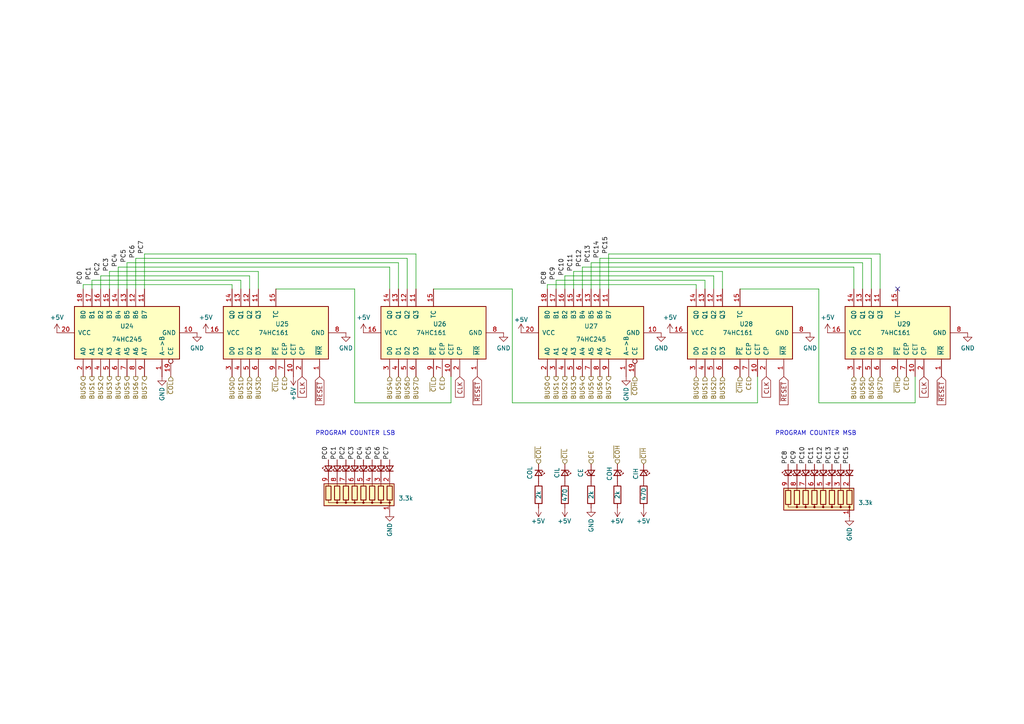
<source format=kicad_sch>
(kicad_sch (version 20250114) (generator "eeschema") (generator_version "9.0")
  (paper "A4")
  (title_block (title "Program Counter") (date "2025-12-30") (rev "3.3") (comment 2 "creativecommons.org/licenses/by-nc-sa/4.0/") (comment 3 "This work is licensed under CC BY-NC-SA 4.0") (comment 4 "Author: Carsten Herting (slu4)"))
  (lib_symbols
    (symbol "8-Bit CPU 32k:74HC161" (pin_names (offset 1.016))
      (property "Reference" "U" (at -7.62 16.51 0))
      (property "Value" "74HC161" (at -7.62 -16.51 0))
      (symbol "74HC161_1_0"
        (pin input line (at -12.7 12.7 0) (length 5.08) (name "D0") (number "3"))
        (pin input line (at -12.7 10.16 0) (length 5.08) (name "D1") (number "4"))
        (pin input line (at -12.7 7.62 0) (length 5.08) (name "D2") (number "5"))
        (pin input line (at -12.7 5.08 0) (length 5.08) (name "D3") (number "6"))
        (pin input line (at -12.7 0 0) (length 5.08) (name "~{PE}") (number "9"))
        (pin input line (at -12.7 -2.54 0) (length 5.08) (name "CEP") (number "7"))
        (pin input line (at -12.7 -5.08 0) (length 5.08) (name "CET") (number "10"))
        (pin input line (at -12.7 -7.62 0) (length 5.08) (name "CP") (number "2"))
        (pin input line (at -12.7 -12.7 0) (length 5.08) (name "~{MR}") (number "1"))
        (pin power_in line (at 0 20.32 270) (length 5.08) (name "VCC") (number "16"))
        (pin power_in line (at 0 -20.32 90) (length 5.08) (name "GND") (number "8"))
        (pin output line (at 12.7 12.7 180) (length 5.08) (name "Q0") (number "14"))
        (pin output line (at 12.7 10.16 180) (length 5.08) (name "Q1") (number "13"))
        (pin output line (at 12.7 7.62 180) (length 5.08) (name "Q2") (number "12"))
        (pin output line (at 12.7 5.08 180) (length 5.08) (name "Q3") (number "11"))
        (pin output line (at 12.7 0 180) (length 5.08) (name "TC") (number "15"))
      )
      (symbol "74HC161_1_1"
        (rectangle (start -7.62 15.24) (end 7.62 -15.24) (stroke (width 0.254)) (fill (type background)))
      )
    )
    (symbol "8-Bit CPU 32k:74HC245" (pin_names (offset 1.016))
      (property "Reference" "U" (at 0 -6.35 90))
      (property "Value" "74HC245" (at 0 2.54 90))
      (symbol "74HC245_1_0"
        (pin tri_state line (at -12.7 12.7 0) (length 5.08) (name "A0") (number "2"))
        (pin tri_state line (at -12.7 10.16 0) (length 5.08) (name "A1") (number "3"))
        (pin tri_state line (at -12.7 7.62 0) (length 5.08) (name "A2") (number "4"))
        (pin tri_state line (at -12.7 5.08 0) (length 5.08) (name "A3") (number "5"))
        (pin tri_state line (at -12.7 2.54 0) (length 5.08) (name "A4") (number "6"))
        (pin tri_state line (at -12.7 0 0) (length 5.08) (name "A5") (number "7"))
        (pin tri_state line (at -12.7 -2.54 0) (length 5.08) (name "A6") (number "8"))
        (pin tri_state line (at -12.7 -5.08 0) (length 5.08) (name "A7") (number "9"))
        (pin input line (at -12.7 -10.16 0) (length 5.08) (name "A->B") (number "1"))
        (pin input inverted (at -12.7 -12.7 0) (length 5.08) (name "CE") (number "19"))
        (pin power_in line (at 0 20.32 270) (length 5.08) (name "VCC") (number "20"))
        (pin power_in line (at 0 -20.32 90) (length 5.08) (name "GND") (number "10"))
        (pin input line (at 12.7 12.7 180) (length 5.08) (name "B0") (number "18"))
        (pin input line (at 12.7 10.16 180) (length 5.08) (name "B1") (number "17"))
        (pin input line (at 12.7 7.62 180) (length 5.08) (name "B2") (number "16"))
        (pin input line (at 12.7 5.08 180) (length 5.08) (name "B3") (number "15"))
        (pin input line (at 12.7 2.54 180) (length 5.08) (name "B4") (number "14"))
        (pin input line (at 12.7 0 180) (length 5.08) (name "B5") (number "13"))
        (pin input line (at 12.7 -2.54 180) (length 5.08) (name "B6") (number "12"))
        (pin input line (at 12.7 -5.08 180) (length 5.08) (name "B7") (number "11"))
      )
      (symbol "74HC245_1_1"
        (rectangle (start -7.62 15.24) (end 7.62 -15.24) (stroke (width 0.254)) (fill (type background)))
      )
    )
    (symbol "Device:LED_Small" (pin_numbers (hide yes)) (pin_names (offset 0.254) (hide yes))
      (property "Reference" "D" (at -1.27 3.175 0))
      (property "Value" "LED_Small" (at -4.445 -2.54 0))
      (symbol "LED_Small_0_1"
        (polyline (pts (xy -0.762 -1.016) (xy -0.762 1.016)) (stroke (width 0.254)))
        (polyline (pts (xy 0 0.762) (xy -0.508 1.27) (xy -0.254 1.27) (xy -0.508 1.27) (xy -0.508 1.016)))
        (polyline (pts (xy 0.508 1.27) (xy 0 1.778) (xy 0.254 1.778) (xy 0 1.778) (xy 0 1.524)))
        (polyline (pts (xy 0.762 -1.016) (xy -0.762 0) (xy 0.762 1.016) (xy 0.762 -1.016)) (stroke (width 0.254)))
        (polyline (pts (xy 1.016 0) (xy -0.762 0)))
      )
      (symbol "LED_Small_1_1"
        (pin passive line (at -2.54 0 0) (length 1.778) (name "K") (number "1"))
        (pin passive line (at 2.54 0 180) (length 1.778) (name "A") (number "2"))
      )
    )
    (symbol "Device:R" (pin_numbers (hide yes)) (pin_names (offset 0))
      (property "Reference" "R" (at 2.032 0 90))
      (property "Value" "R" (at 0 0 90))
      (symbol "R_0_1"
        (rectangle (start -1.016 -2.54) (end 1.016 2.54) (stroke (width 0.254)))
      )
      (symbol "R_1_1"
        (pin passive line (at 0 3.81 270) (length 1.27) (name "~") (number "1"))
        (pin passive line (at 0 -3.81 90) (length 1.27) (name "~") (number "2"))
      )
    )
    (symbol "Device:R_Network08" (pin_names (offset 0) (hide yes))
      (property "Reference" "RN" (at -12.7 0 90))
      (property "Value" "R_Network08" (at 10.16 0 90))
      (symbol "R_Network08_0_1"
        (rectangle (start -11.43 -3.175) (end 8.89 3.175) (stroke (width 0.254)) (fill (type background)))
        (rectangle (start -10.922 1.524) (end -9.398 -2.54) (stroke (width 0.254)))
        (circle (center -10.16 2.286) (radius 0.254) (fill (type outline)))
        (polyline (pts (xy -10.16 1.524) (xy -10.16 2.286) (xy -7.62 2.286) (xy -7.62 1.524)))
        (polyline (pts (xy -10.16 -2.54) (xy -10.16 -3.81)))
        (rectangle (start -8.382 1.524) (end -6.858 -2.54) (stroke (width 0.254)))
        (circle (center -7.62 2.286) (radius 0.254) (fill (type outline)))
        (polyline (pts (xy -7.62 1.524) (xy -7.62 2.286) (xy -5.08 2.286) (xy -5.08 1.524)))
        (polyline (pts (xy -7.62 -2.54) (xy -7.62 -3.81)))
        (rectangle (start -5.842 1.524) (end -4.318 -2.54) (stroke (width 0.254)))
        (circle (center -5.08 2.286) (radius 0.254) (fill (type outline)))
        (polyline (pts (xy -5.08 1.524) (xy -5.08 2.286) (xy -2.54 2.286) (xy -2.54 1.524)))
        (polyline (pts (xy -5.08 -2.54) (xy -5.08 -3.81)))
        (rectangle (start -3.302 1.524) (end -1.778 -2.54) (stroke (width 0.254)))
        (circle (center -2.54 2.286) (radius 0.254) (fill (type outline)))
        (polyline (pts (xy -2.54 1.524) (xy -2.54 2.286) (xy 0 2.286) (xy 0 1.524)))
        (polyline (pts (xy -2.54 -2.54) (xy -2.54 -3.81)))
        (rectangle (start -0.762 1.524) (end 0.762 -2.54) (stroke (width 0.254)))
        (circle (center 0 2.286) (radius 0.254) (fill (type outline)))
        (polyline (pts (xy 0 1.524) (xy 0 2.286) (xy 2.54 2.286) (xy 2.54 1.524)))
        (polyline (pts (xy 0 -2.54) (xy 0 -3.81)))
        (rectangle (start 1.778 1.524) (end 3.302 -2.54) (stroke (width 0.254)))
        (circle (center 2.54 2.286) (radius 0.254) (fill (type outline)))
        (polyline (pts (xy 2.54 1.524) (xy 2.54 2.286) (xy 5.08 2.286) (xy 5.08 1.524)))
        (polyline (pts (xy 2.54 -2.54) (xy 2.54 -3.81)))
        (rectangle (start 4.318 1.524) (end 5.842 -2.54) (stroke (width 0.254)))
        (circle (center 5.08 2.286) (radius 0.254) (fill (type outline)))
        (polyline (pts (xy 5.08 1.524) (xy 5.08 2.286) (xy 7.62 2.286) (xy 7.62 1.524)))
        (polyline (pts (xy 5.08 -2.54) (xy 5.08 -3.81)))
        (rectangle (start 6.858 1.524) (end 8.382 -2.54) (stroke (width 0.254)))
        (polyline (pts (xy 7.62 -2.54) (xy 7.62 -3.81)))
      )
      (symbol "R_Network08_1_1"
        (pin passive line (at -10.16 5.08 270) (length 2.54) (name "common") (number "1"))
        (pin passive line (at -10.16 -5.08 90) (length 1.27) (name "R1") (number "2"))
        (pin passive line (at -7.62 -5.08 90) (length 1.27) (name "R2") (number "3"))
        (pin passive line (at -5.08 -5.08 90) (length 1.27) (name "R3") (number "4"))
        (pin passive line (at -2.54 -5.08 90) (length 1.27) (name "R4") (number "5"))
        (pin passive line (at 0 -5.08 90) (length 1.27) (name "R5") (number "6"))
        (pin passive line (at 2.54 -5.08 90) (length 1.27) (name "R6") (number "7"))
        (pin passive line (at 5.08 -5.08 90) (length 1.27) (name "R7") (number "8"))
        (pin passive line (at 7.62 -5.08 90) (length 1.27) (name "R8") (number "9"))
      )
    )
    (symbol "power:+5V" (power) (pin_numbers (hide yes)) (pin_names (offset 0) (hide yes))
      (property "Value" "+5V" (at 0 3.556 0))
      (symbol "+5V_0_1"
        (polyline (pts (xy -0.762 1.27) (xy 0 2.54)))
        (polyline (pts (xy 0 2.54) (xy 0.762 1.27)))
        (polyline (pts (xy 0 0) (xy 0 2.54)))
      )
      (symbol "+5V_1_1"
        (pin power_in line (at 0 0 90) (length 0) (name "~") (number "1"))
      )
    )
    (symbol "power:GND" (power) (pin_numbers (hide yes)) (pin_names (offset 0) (hide yes))
      (property "Value" "GND" (at 0 -3.81 0))
      (symbol "GND_0_1"
        (polyline (pts (xy 0 0) (xy 0 -1.27) (xy 1.27 -1.27) (xy 0 -2.54) (xy -1.27 -1.27) (xy 0 -1.27)))
      )
      (symbol "GND_1_1"
        (pin power_in line (at 0 0 270) (length 0) (name "~") (number "1"))
      )
    )
  )
  (text "PROGRAM COUNTER MSB" (at 224.79 126.492 0) (effects (font (size 1.27 1.27)) (justify left bottom)))
  (text "PROGRAM COUNTER LSB" (at 91.44 126.492 0) (effects (font (size 1.27 1.27)) (justify left bottom)))
  (no_connect (at 260.35 83.82))
  (wire (pts (xy 39.37 83.82) (xy 39.37 74.93)))
  (wire (pts (xy 209.55 83.82) (xy 209.55 78.74)))
  (wire (pts (xy 74.93 83.82) (xy 74.93 78.74)))
  (wire (pts (xy 204.47 81.28) (xy 161.29 81.28)))
  (wire (pts (xy 102.87 116.84) (xy 130.81 116.84)))
  (wire (pts (xy 26.67 81.28) (xy 26.67 83.82)))
  (wire (pts (xy 161.29 81.28) (xy 161.29 83.82)))
  (wire (pts (xy 163.83 83.82) (xy 163.83 80.01)))
  (wire (pts (xy 69.85 81.28) (xy 26.67 81.28)))
  (wire (pts (xy 163.83 80.01) (xy 207.01 80.01)))
  (wire (pts (xy 113.03 77.47) (xy 113.03 83.82)))
  (wire (pts (xy 204.47 83.82) (xy 204.47 81.28)))
  (wire (pts (xy 29.21 80.01) (xy 72.39 80.01)))
  (wire (pts (xy 36.83 83.82) (xy 36.83 76.2)))
  (wire (pts (xy 176.53 73.66) (xy 255.27 73.66)))
  (wire (pts (xy 72.39 80.01) (xy 72.39 83.82)))
  (wire (pts (xy 255.27 73.66) (xy 255.27 83.82)))
  (wire (pts (xy 29.21 83.82) (xy 29.21 80.01)))
  (wire (pts (xy 209.55 78.74) (xy 166.37 78.74)))
  (wire (pts (xy 237.49 83.82) (xy 214.63 83.82)))
  (wire (pts (xy 237.49 83.82) (xy 237.49 116.84)))
  (wire (pts (xy 120.65 73.66) (xy 120.65 83.82)))
  (wire (pts (xy 34.29 83.82) (xy 34.29 77.47)))
  (wire (pts (xy 24.13 82.55) (xy 67.31 82.55)))
  (wire (pts (xy 173.99 74.93) (xy 252.73 74.93)))
  (wire (pts (xy 168.91 77.47) (xy 247.65 77.47)))
  (wire (pts (xy 158.75 83.82) (xy 158.75 82.55)))
  (wire (pts (xy 24.13 83.82) (xy 24.13 82.55)))
  (wire (pts (xy 69.85 83.82) (xy 69.85 81.28)))
  (wire (pts (xy 74.93 78.74) (xy 31.75 78.74)))
  (wire (pts (xy 102.87 83.82) (xy 102.87 116.84)))
  (wire (pts (xy 171.45 76.2) (xy 250.19 76.2)))
  (wire (pts (xy 252.73 74.93) (xy 252.73 83.82)))
  (wire (pts (xy 171.45 83.82) (xy 171.45 76.2)))
  (wire (pts (xy 118.11 74.93) (xy 118.11 83.82)))
  (wire (pts (xy 201.93 82.55) (xy 201.93 83.82)))
  (wire (pts (xy 219.71 109.22) (xy 219.71 116.84)))
  (wire (pts (xy 265.43 116.84) (xy 265.43 109.22)))
  (wire (pts (xy 166.37 78.74) (xy 166.37 83.82)))
  (wire (pts (xy 34.29 77.47) (xy 113.03 77.47)))
  (wire (pts (xy 158.75 82.55) (xy 201.93 82.55)))
  (wire (pts (xy 237.49 116.84) (xy 265.43 116.84)))
  (wire (pts (xy 67.31 82.55) (xy 67.31 83.82)))
  (wire (pts (xy 125.73 83.82) (xy 148.59 83.82)))
  (wire (pts (xy 102.87 83.82) (xy 80.01 83.82)))
  (wire (pts (xy 176.53 83.82) (xy 176.53 73.66)))
  (wire (pts (xy 247.65 77.47) (xy 247.65 83.82)))
  (wire (pts (xy 39.37 74.93) (xy 118.11 74.93)))
  (wire (pts (xy 207.01 80.01) (xy 207.01 83.82)))
  (wire (pts (xy 36.83 76.2) (xy 115.57 76.2)))
  (wire (pts (xy 148.59 116.84) (xy 148.59 83.82)))
  (wire (pts (xy 148.59 116.84) (xy 219.71 116.84)))
  (wire (pts (xy 250.19 76.2) (xy 250.19 83.82)))
  (wire (pts (xy 115.57 76.2) (xy 115.57 83.82)))
  (wire (pts (xy 173.99 83.82) (xy 173.99 74.93)))
  (wire (pts (xy 31.75 78.74) (xy 31.75 83.82)))
  (wire (pts (xy 168.91 83.82) (xy 168.91 77.47)))
  (wire (pts (xy 41.91 73.66) (xy 120.65 73.66)))
  (wire (pts (xy 41.91 83.82) (xy 41.91 73.66)))
  (wire (pts (xy 130.81 116.84) (xy 130.81 109.22)))
  (label "PC8" (at 158.75 82.55 90))
  (label "PC9" (at 161.29 81.28 90))
  (label "PC10" (at 163.83 80.01 90))
  (label "PC11" (at 166.37 78.74 90))
  (label "PC13" (at 171.45 76.2 90))
  (label "PC14" (at 173.99 74.93 90))
  (label "PC15" (at 176.53 73.66 90))
  (label "PC12" (at 168.91 77.47 90))
  (label "PC3" (at 31.75 78.74 90))
  (label "PC4" (at 34.29 77.47 90))
  (label "PC6" (at 39.37 74.93 90))
  (label "PC5" (at 36.83 76.2 90))
  (label "PC7" (at 41.91 73.66 90))
  (label "PC10" (at 233.68 134.62 90))
  (label "PC8" (at 228.6 134.62 90))
  (label "PC2" (at 29.21 80.01 90))
  (label "PC1" (at 26.67 81.28 90))
  (label "PC15" (at 246.38 134.62 90))
  (label "PC0" (at 95.25 133.35 90))
  (label "PC1" (at 97.79 133.35 90))
  (label "PC12" (at 238.76 134.62 90))
  (label "PC11" (at 236.22 134.62 90))
  (label "PC13" (at 241.3 134.62 90))
  (label "PC9" (at 231.14 134.62 90))
  (label "PC0" (at 24.13 82.55 90))
  (label "PC3" (at 102.87 133.35 90))
  (label "PC2" (at 100.33 133.35 90))
  (label "PC6" (at 110.49 133.35 90))
  (label "PC4" (at 105.41 133.35 90))
  (label "PC14" (at 243.84 134.62 90))
  (label "PC7" (at 113.03 133.35 90))
  (label "PC5" (at 107.95 133.35 90))
  (global_label "CLK" (shape input) (at 133.35 109.22 270) (property "Intersheetrefs" "${INTERSHEET_REFS}" (effects (hide yes))))
  (global_label "~{RESET}" (shape input) (at 92.71 109.22 270) (property "Intersheetrefs" "${INTERSHEET_REFS}" (effects (hide yes))))
  (global_label "CLK" (shape input) (at 222.25 109.22 270) (property "Intersheetrefs" "${INTERSHEET_REFS}" (effects (hide yes))))
  (global_label "~{RESET}" (shape input) (at 227.33 109.22 270) (property "Intersheetrefs" "${INTERSHEET_REFS}" (effects (hide yes))))
  (global_label "CLK" (shape input) (at 267.97 109.22 270) (property "Intersheetrefs" "${INTERSHEET_REFS}" (effects (hide yes))))
  (global_label "~{RESET}" (shape input) (at 138.43 109.22 270) (property "Intersheetrefs" "${INTERSHEET_REFS}" (effects (hide yes))))
  (global_label "~{RESET}" (shape input) (at 273.05 109.22 270) (property "Intersheetrefs" "${INTERSHEET_REFS}" (effects (hide yes))))
  (global_label "CLK" (shape input) (at 87.63 109.22 270) (property "Intersheetrefs" "${INTERSHEET_REFS}" (effects (hide yes))))
  (hierarchical_label "BUS3" (shape output) (at 31.75 109.22 270))
  (hierarchical_label "BUS3" (shape input) (at 209.55 109.22 270))
  (hierarchical_label "BUS0" (shape input) (at 67.31 109.22 270))
  (hierarchical_label "~{CIH}" (shape input) (at 260.35 109.22 270))
  (hierarchical_label "BUS7" (shape input) (at 120.65 109.22 270))
  (hierarchical_label "~{CIH}" (shape input) (at 186.69 134.62 90))
  (hierarchical_label "CE" (shape input) (at 128.27 109.22 270))
  (hierarchical_label "BUS4" (shape output) (at 168.91 109.22 270))
  (hierarchical_label "~{COH}" (shape input) (at 179.07 134.62 90))
  (hierarchical_label "BUS1" (shape input) (at 204.47 109.22 270))
  (hierarchical_label "BUS4" (shape input) (at 247.65 109.22 270))
  (hierarchical_label "BUS1" (shape input) (at 69.85 109.22 270))
  (hierarchical_label "~{CIL}" (shape input) (at 80.01 109.22 270))
  (hierarchical_label "CE" (shape input) (at 171.45 134.62 90))
  (hierarchical_label "BUS5" (shape input) (at 115.57 109.22 270))
  (hierarchical_label "BUS5" (shape output) (at 171.45 109.22 270))
  (hierarchical_label "BUS1" (shape output) (at 26.67 109.22 270))
  (hierarchical_label "BUS7" (shape output) (at 176.53 109.22 270))
  (hierarchical_label "BUS4" (shape output) (at 34.29 109.22 270))
  (hierarchical_label "~{CIH}" (shape input) (at 214.63 109.22 270))
  (hierarchical_label "~{COH}" (shape input) (at 184.15 109.22 270))
  (hierarchical_label "BUS6" (shape output) (at 173.99 109.22 270))
  (hierarchical_label "~{COL}" (shape input) (at 49.53 109.22 270))
  (hierarchical_label "BUS5" (shape output) (at 36.83 109.22 270))
  (hierarchical_label "~{CIL}" (shape input) (at 163.83 134.62 90))
  (hierarchical_label "BUS4" (shape input) (at 113.03 109.22 270))
  (hierarchical_label "BUS3" (shape input) (at 74.93 109.22 270))
  (hierarchical_label "BUS0" (shape output) (at 24.13 109.22 270))
  (hierarchical_label "BUS6" (shape input) (at 118.11 109.22 270))
  (hierarchical_label "~{COL}" (shape input) (at 156.21 134.62 90))
  (hierarchical_label "BUS0" (shape output) (at 158.75 109.22 270))
  (hierarchical_label "BUS2" (shape output) (at 29.21 109.22 270))
  (hierarchical_label "BUS6" (shape output) (at 39.37 109.22 270))
  (hierarchical_label "BUS6" (shape input) (at 252.73 109.22 270))
  (hierarchical_label "BUS3" (shape output) (at 166.37 109.22 270))
  (hierarchical_label "CE" (shape input) (at 262.89 109.22 270))
  (hierarchical_label "BUS7" (shape output) (at 41.91 109.22 270))
  (hierarchical_label "BUS2" (shape input) (at 72.39 109.22 270))
  (hierarchical_label "BUS2" (shape output) (at 163.83 109.22 270))
  (hierarchical_label "BUS0" (shape input) (at 201.93 109.22 270))
  (hierarchical_label "BUS2" (shape input) (at 207.01 109.22 270))
  (hierarchical_label "BUS7" (shape input) (at 255.27 109.22 270))
  (hierarchical_label "CE" (shape input) (at 82.55 109.22 270))
  (hierarchical_label "BUS1" (shape output) (at 161.29 109.22 270))
  (hierarchical_label "~{CIL}" (shape input) (at 125.73 109.22 270))
  (hierarchical_label "CE" (shape input) (at 217.17 109.22 270))
  (hierarchical_label "BUS5" (shape input) (at 250.19 109.22 270))
  (symbol (lib_id "power:+5V") (at 105.41 96.52 0) (mirror y) (unit 1)
    (property "Reference" "#PWR0114" (effects (hide yes)))
    (property "Value" "+5V" (at 105.41 92.075 0))
    (property "Description" "Power symbol creates a global label with name \"+5V\"" (effects (hide yes)))
  )
  (symbol (lib_id "power:GND") (at 146.05 96.52 0) (mirror y) (unit 1)
    (property "Reference" "#PWR0115" (effects (hide yes)))
    (property "Value" "GND" (at 146.05 100.965 0))
    (property "Description" "Power symbol creates a global label with name \"GND\" , ground" (effects (hide yes)))
  )
  (symbol (lib_id "power:GND") (at 100.33 96.52 0) (mirror y) (unit 1)
    (property "Reference" "#PWR0113" (effects (hide yes)))
    (property "Value" "GND" (at 100.33 100.965 0))
    (property "Description" "Power symbol creates a global label with name \"GND\" , ground" (effects (hide yes)))
  )
  (symbol (lib_id "power:+5V") (at 59.69 96.52 0) (mirror y) (unit 1)
    (property "Reference" "#PWR0111" (effects (hide yes)))
    (property "Value" "+5V" (at 59.69 92.075 0))
    (property "Description" "Power symbol creates a global label with name \"+5V\"" (effects (hide yes)))
  )
  (symbol (lib_id "power:GND") (at 57.15 96.52 0) (mirror y) (unit 1)
    (property "Reference" "#PWR0110" (effects (hide yes)))
    (property "Value" "GND" (at 57.15 100.965 0))
    (property "Description" "Power symbol creates a global label with name \"GND\" , ground" (effects (hide yes)))
  )
  (symbol (lib_id "power:+5V") (at 16.51 96.52 0) (mirror y) (unit 1)
    (property "Reference" "#PWR0108" (effects (hide yes)))
    (property "Value" "+5V" (at 16.51 92.075 0))
    (property "Description" "Power symbol creates a global label with name \"+5V\"" (effects (hide yes)))
  )
  (symbol (lib_id "power:GND") (at 46.99 109.22 0) (mirror y) (unit 1)
    (property "Reference" "#PWR0109" (effects (hide yes)))
    (property "Value" "GND" (at 46.99 114.3 90))
    (property "Description" "Power symbol creates a global label with name \"GND\" , ground" (effects (hide yes)))
  )
  (symbol (lib_id "8-Bit CPU 32k:74HC161") (at 80.01 96.52 90) (unit 1)
    (property "Reference" "U25" (at 83.82 93.98 90) (effects (justify left)))
    (property "Value" "74HC161" (at 83.82 96.52 90) (effects (justify left)))
    (property "Footprint" "Package_DIP:DIP-16_W7.62mm" (effects (hide yes)))
    (property "Datasheet" "http://www.ti.com/lit/gpn/sn74LS161" (effects (hide yes)))
    (property "Description" "Synchronous 4-bit programmable binary Counter" (effects (hide yes)))
  )
  (symbol (lib_id "8-Bit CPU 32k:74HC161") (at 125.73 96.52 90) (unit 1)
    (property "Reference" "U26" (at 129.54 93.98 90) (effects (justify left)))
    (property "Value" "74HC161" (at 129.54 96.52 90) (effects (justify left)))
    (property "Footprint" "Package_DIP:DIP-16_W7.62mm" (effects (hide yes)))
    (property "Datasheet" "http://www.ti.com/lit/gpn/sn74LS161" (effects (hide yes)))
    (property "Description" "Synchronous 4-bit programmable binary Counter" (effects (hide yes)))
  )
  (symbol (lib_id "power:GND") (at 280.67 96.52 0) (mirror y) (unit 1)
    (property "Reference" "#PWR0122" (effects (hide yes)))
    (property "Value" "GND" (at 280.67 100.965 0))
    (property "Description" "Power symbol creates a global label with name \"GND\" , ground" (effects (hide yes)))
  )
  (symbol (lib_id "Device:LED_Small") (at 102.87 135.89 90) (unit 1)
    (property "Reference" "D23" (effects (hide yes)))
    (property "Value" "LED_Small" (effects (hide yes)))
    (property "Footprint" "LED_THT:LED_D5.0mm" (effects (hide yes)))
    (property "Description" "LED GREEN, 2000mcd, 60°" (effects (hide yes)))
    (property "Sim.Pin" "1=K 2=A" (effects (hide yes)))
  )
  (symbol (lib_id "power:+5V") (at 186.69 147.32 180) (unit 1)
    (property "Reference" "#PWR0170" (effects (hide yes)))
    (property "Value" "+5V" (at 188.595 151.13 0) (effects (justify left)))
    (property "Description" "Power symbol creates a global label with name \"+5V\"" (effects (hide yes)))
  )
  (symbol (lib_id "Device:LED_Small") (at 236.22 137.16 90) (unit 1)
    (property "Reference" "D31" (effects (hide yes)))
    (property "Value" "LED_Small" (effects (hide yes)))
    (property "Footprint" "LED_THT:LED_D5.0mm" (effects (hide yes)))
    (property "Description" "LED GREEN, 2000mcd, 60°" (effects (hide yes)))
    (property "Sim.Pin" "1=K 2=A" (effects (hide yes)))
  )
  (symbol (lib_id "power:+5V") (at 85.09 109.22 0) (mirror x) (unit 1)
    (property "Reference" "#PWR0112" (effects (hide yes)))
    (property "Value" "+5V" (at 85.09 114.3 90))
    (property "Description" "Power symbol creates a global label with name \"+5V\"" (effects (hide yes)))
  )
  (symbol (lib_id "Device:LED_Small") (at 186.69 137.16 270) (unit 1)
    (property "Reference" "D79" (effects (hide yes)))
    (property "Value" "CIH" (at 184.404 137.414 0))
    (property "Footprint" "LED_THT:LED_D5.0mm" (effects (hide yes)))
    (property "Description" "LED YELLOW, 1300mcd, 60°" (effects (hide yes)))
    (property "Sim.Pin" "1=K 2=A" (effects (hide yes)))
  )
  (symbol (lib_id "power:GND") (at 246.38 149.86 0) (mirror y) (unit 1)
    (property "Reference" "#PWR0158" (effects (hide yes)))
    (property "Value" "GND" (at 246.38 154.94 90))
    (property "Description" "Power symbol creates a global label with name \"GND\" , ground" (effects (hide yes)))
  )
  (symbol (lib_id "power:GND") (at 234.95 96.52 0) (mirror y) (unit 1)
    (property "Reference" "#PWR0120" (effects (hide yes)))
    (property "Value" "GND" (at 234.95 100.965 0))
    (property "Description" "Power symbol creates a global label with name \"GND\" , ground" (effects (hide yes)))
  )
  (symbol (lib_id "Device:LED_Small") (at 238.76 137.16 90) (unit 1)
    (property "Reference" "D32" (effects (hide yes)))
    (property "Value" "LED_Small" (effects (hide yes)))
    (property "Footprint" "LED_THT:LED_D5.0mm" (effects (hide yes)))
    (property "Description" "LED GREEN, 2000mcd, 60°" (effects (hide yes)))
    (property "Sim.Pin" "1=K 2=A" (effects (hide yes)))
  )
  (symbol (lib_id "Device:R") (at 163.83 143.51 0) (mirror y) (unit 1)
    (property "Reference" "R17" (effects (hide yes)))
    (property "Value" "470" (at 163.83 145.542 90) (effects (justify left)))
    (property "Footprint" "Resistor_THT:R_Axial_DIN0207_L6.3mm_D2.5mm_P7.62mm_Horizontal" (effects (hide yes)))
    (property "Description" "Resistor" (effects (hide yes)))
  )
  (symbol (lib_id "power:GND") (at 171.45 147.32 0) (mirror y) (unit 1)
    (property "Reference" "#PWR0183" (effects (hide yes)))
    (property "Value" "GND" (at 171.45 152.4 90))
    (property "Description" "Power symbol creates a global label with name \"GND\" , ground" (effects (hide yes)))
  )
  (symbol (lib_id "Device:LED_Small") (at 241.3 137.16 90) (unit 1)
    (property "Reference" "D33" (effects (hide yes)))
    (property "Value" "LED_Small" (effects (hide yes)))
    (property "Footprint" "LED_THT:LED_D5.0mm" (effects (hide yes)))
    (property "Description" "LED GREEN, 2000mcd, 60°" (effects (hide yes)))
    (property "Sim.Pin" "1=K 2=A" (effects (hide yes)))
  )
  (symbol (lib_id "power:GND") (at 181.61 109.22 0) (mirror y) (unit 1)
    (property "Reference" "#PWR0117" (effects (hide yes)))
    (property "Value" "GND" (at 181.61 114.3 90))
    (property "Description" "Power symbol creates a global label with name \"GND\" , ground" (effects (hide yes)))
  )
  (symbol (lib_id "Device:LED_Small") (at 243.84 137.16 90) (unit 1)
    (property "Reference" "D34" (effects (hide yes)))
    (property "Value" "LED_Small" (effects (hide yes)))
    (property "Footprint" "LED_THT:LED_D5.0mm" (effects (hide yes)))
    (property "Description" "LED GREEN, 2000mcd, 60°" (effects (hide yes)))
    (property "Sim.Pin" "1=K 2=A" (effects (hide yes)))
  )
  (symbol (lib_id "Device:R_Network08") (at 236.22 144.78 180) (unit 1)
    (property "Reference" "RN5" (effects (hide yes)))
    (property "Value" "3.3k" (at 248.92 145.7959 0) (effects (justify right)))
    (property "Footprint" "Resistor_THT:R_Array_SIP9" (effects (hide yes)))
    (property "Datasheet" "http://www.vishay.com/docs/31509/csc.pdf" (effects (hide yes)))
    (property "Description" "8 resistor network, star topology, bussed resistors, small symbol" (effects (hide yes)))
  )
  (symbol (lib_id "8-Bit CPU 32k:74HC245") (at 171.45 96.52 90) (unit 1)
    (property "Reference" "U27" (at 171.45 94.615 90))
    (property "Value" "74HC245" (at 171.45 98.425 90))
    (property "Footprint" "Package_DIP:DIP-20_W7.62mm" (effects (hide yes)))
    (property "Datasheet" "http://www.ti.com/lit/gpn/sn74HC245" (effects (hide yes)))
    (property "Description" "Octal BUS Transceivers, 3-State outputs" (effects (hide yes)))
  )
  (symbol (lib_id "Device:LED_Small") (at 105.41 135.89 90) (unit 1)
    (property "Reference" "D24" (effects (hide yes)))
    (property "Value" "LED_Small" (effects (hide yes)))
    (property "Footprint" "LED_THT:LED_D5.0mm" (effects (hide yes)))
    (property "Description" "LED GREEN, 2000mcd, 60°" (effects (hide yes)))
    (property "Sim.Pin" "1=K 2=A" (effects (hide yes)))
  )
  (symbol (lib_id "power:GND") (at 113.03 148.59 0) (mirror y) (unit 1)
    (property "Reference" "#PWR0157" (effects (hide yes)))
    (property "Value" "GND" (at 113.03 153.67 90))
    (property "Description" "Power symbol creates a global label with name \"GND\" , ground" (effects (hide yes)))
  )
  (symbol (lib_id "power:+5V") (at 240.03 96.52 0) (mirror y) (unit 1)
    (property "Reference" "#PWR0121" (effects (hide yes)))
    (property "Value" "+5V" (at 240.03 92.075 0))
    (property "Description" "Power symbol creates a global label with name \"+5V\"" (effects (hide yes)))
  )
  (symbol (lib_id "8-Bit CPU 32k:74HC161") (at 260.35 96.52 90) (unit 1)
    (property "Reference" "U29" (at 264.16 93.98 90) (effects (justify left)))
    (property "Value" "74HC161" (at 264.16 96.52 90) (effects (justify left)))
    (property "Footprint" "Package_DIP:DIP-16_W7.62mm" (effects (hide yes)))
    (property "Datasheet" "http://www.ti.com/lit/gpn/sn74LS161" (effects (hide yes)))
    (property "Description" "Synchronous 4-bit programmable binary Counter" (effects (hide yes)))
  )
  (symbol (lib_id "Device:LED_Small") (at 231.14 137.16 90) (unit 1)
    (property "Reference" "D29" (effects (hide yes)))
    (property "Value" "LED_Small" (effects (hide yes)))
    (property "Footprint" "LED_THT:LED_D5.0mm" (effects (hide yes)))
    (property "Description" "LED GREEN, 2000mcd, 60°" (effects (hide yes)))
    (property "Sim.Pin" "1=K 2=A" (effects (hide yes)))
  )
  (symbol (lib_id "Device:LED_Small") (at 163.83 137.16 270) (unit 1)
    (property "Reference" "D84" (effects (hide yes)))
    (property "Value" "CIL" (at 161.544 137.16 0))
    (property "Footprint" "LED_THT:LED_D5.0mm" (effects (hide yes)))
    (property "Description" "LED YELLOW, 1300mcd, 60°" (effects (hide yes)))
    (property "Sim.Pin" "1=K 2=A" (effects (hide yes)))
  )
  (symbol (lib_id "power:+5V") (at 194.31 96.52 0) (mirror y) (unit 1)
    (property "Reference" "#PWR0119" (effects (hide yes)))
    (property "Value" "+5V" (at 194.31 92.075 0))
    (property "Description" "Power symbol creates a global label with name \"+5V\"" (effects (hide yes)))
  )
  (symbol (lib_id "power:+5V") (at 156.21 147.32 180) (unit 1)
    (property "Reference" "#PWR0174" (effects (hide yes)))
    (property "Value" "+5V" (at 158.115 151.13 0) (effects (justify left)))
    (property "Description" "Power symbol creates a global label with name \"+5V\"" (effects (hide yes)))
  )
  (symbol (lib_id "Device:R") (at 156.21 143.51 0) (mirror y) (unit 1)
    (property "Reference" "R16" (effects (hide yes)))
    (property "Value" "2k" (at 156.21 144.78 90) (effects (justify left)))
    (property "Footprint" "Resistor_THT:R_Axial_DIN0207_L6.3mm_D2.5mm_P7.62mm_Horizontal" (effects (hide yes)))
    (property "Description" "Resistor" (effects (hide yes)))
  )
  (symbol (lib_id "Device:LED_Small") (at 233.68 137.16 90) (unit 1)
    (property "Reference" "D30" (effects (hide yes)))
    (property "Value" "LED_Small" (effects (hide yes)))
    (property "Footprint" "LED_THT:LED_D5.0mm" (effects (hide yes)))
    (property "Description" "LED GREEN, 2000mcd, 60°" (effects (hide yes)))
    (property "Sim.Pin" "1=K 2=A" (effects (hide yes)))
  )
  (symbol (lib_id "Device:LED_Small") (at 171.45 137.16 90) (unit 1)
    (property "Reference" "D92" (effects (hide yes)))
    (property "Value" "CE" (at 168.402 137.16 0))
    (property "Footprint" "LED_THT:LED_D5.0mm" (effects (hide yes)))
    (property "Description" "LED WHITE, 2500mcd, 60°" (effects (hide yes)))
    (property "Sim.Pin" "1=K 2=A" (effects (hide yes)))
  )
  (symbol (lib_id "Device:LED_Small") (at 107.95 135.89 90) (unit 1)
    (property "Reference" "D25" (effects (hide yes)))
    (property "Value" "LED_Small" (effects (hide yes)))
    (property "Footprint" "LED_THT:LED_D5.0mm" (effects (hide yes)))
    (property "Description" "LED GREEN, 2000mcd, 60°" (effects (hide yes)))
    (property "Sim.Pin" "1=K 2=A" (effects (hide yes)))
  )
  (symbol (lib_id "Device:LED_Small") (at 95.25 135.89 90) (unit 1)
    (property "Reference" "D20" (effects (hide yes)))
    (property "Value" "LED_Small" (effects (hide yes)))
    (property "Footprint" "LED_THT:LED_D5.0mm" (effects (hide yes)))
    (property "Description" "LED GREEN, 2000mcd, 60°" (effects (hide yes)))
    (property "Sim.Pin" "1=K 2=A" (effects (hide yes)))
  )
  (symbol (lib_id "Device:R") (at 171.45 143.51 0) (mirror y) (unit 1)
    (property "Reference" "R25" (effects (hide yes)))
    (property "Value" "2k" (at 171.45 144.78 90) (effects (justify left)))
    (property "Footprint" "Resistor_THT:R_Axial_DIN0207_L6.3mm_D2.5mm_P7.62mm_Horizontal" (effects (hide yes)))
    (property "Description" "Resistor" (effects (hide yes)))
  )
  (symbol (lib_id "8-Bit CPU 32k:74HC161") (at 214.63 96.52 90) (unit 1)
    (property "Reference" "U28" (at 218.44 93.98 90) (effects (justify left)))
    (property "Value" "74HC161" (at 218.44 96.52 90) (effects (justify left)))
    (property "Footprint" "Package_DIP:DIP-16_W7.62mm" (effects (hide yes)))
    (property "Datasheet" "http://www.ti.com/lit/gpn/sn74LS161" (effects (hide yes)))
    (property "Description" "Synchronous 4-bit programmable binary Counter" (effects (hide yes)))
  )
  (symbol (lib_id "Device:LED_Small") (at 179.07 137.16 270) (unit 1)
    (property "Reference" "D81" (effects (hide yes)))
    (property "Value" "COH" (at 176.784 137.414 0))
    (property "Footprint" "LED_THT:LED_D5.0mm" (effects (hide yes)))
    (property "Description" "LED RED, 1300mcd, 60°" (effects (hide yes)))
    (property "Sim.Pin" "1=K 2=A" (effects (hide yes)))
  )
  (symbol (lib_id "Device:LED_Small") (at 110.49 135.89 90) (unit 1)
    (property "Reference" "D26" (effects (hide yes)))
    (property "Value" "LED_Small" (effects (hide yes)))
    (property "Footprint" "LED_THT:LED_D5.0mm" (effects (hide yes)))
    (property "Description" "LED GREEN, 2000mcd, 60°" (effects (hide yes)))
    (property "Sim.Pin" "1=K 2=A" (effects (hide yes)))
  )
  (symbol (lib_id "Device:LED_Small") (at 113.03 135.89 90) (unit 1)
    (property "Reference" "D27" (effects (hide yes)))
    (property "Value" "LED_Small" (effects (hide yes)))
    (property "Footprint" "LED_THT:LED_D5.0mm" (effects (hide yes)))
    (property "Description" "LED GREEN, 2000mcd, 60°" (effects (hide yes)))
    (property "Sim.Pin" "1=K 2=A" (effects (hide yes)))
  )
  (symbol (lib_id "Device:LED_Small") (at 246.38 137.16 90) (unit 1)
    (property "Reference" "D35" (effects (hide yes)))
    (property "Value" "LED_Small" (effects (hide yes)))
    (property "Footprint" "LED_THT:LED_D5.0mm" (effects (hide yes)))
    (property "Description" "LED GREEN, 2000mcd, 60°" (effects (hide yes)))
    (property "Sim.Pin" "1=K 2=A" (effects (hide yes)))
  )
  (symbol (lib_id "power:+5V") (at 179.07 147.32 180) (unit 1)
    (property "Reference" "#PWR0172" (effects (hide yes)))
    (property "Value" "+5V" (at 180.975 151.13 0) (effects (justify left)))
    (property "Description" "Power symbol creates a global label with name \"+5V\"" (effects (hide yes)))
  )
  (symbol (lib_id "Device:R") (at 186.69 143.51 0) (mirror y) (unit 1)
    (property "Reference" "R12" (effects (hide yes)))
    (property "Value" "470" (at 186.69 145.288 90) (effects (justify left)))
    (property "Footprint" "Resistor_THT:R_Axial_DIN0207_L6.3mm_D2.5mm_P7.62mm_Horizontal" (effects (hide yes)))
    (property "Description" "Resistor" (effects (hide yes)))
  )
  (symbol (lib_id "Device:R_Network08") (at 102.87 143.51 180) (unit 1)
    (property "Reference" "RN4" (effects (hide yes)))
    (property "Value" "3.3k" (at 115.57 144.5259 0) (effects (justify right)))
    (property "Footprint" "Resistor_THT:R_Array_SIP9" (effects (hide yes)))
    (property "Datasheet" "http://www.vishay.com/docs/31509/csc.pdf" (effects (hide yes)))
    (property "Description" "8 resistor network, star topology, bussed resistors, small symbol" (effects (hide yes)))
  )
  (symbol (lib_id "Device:LED_Small") (at 228.6 137.16 90) (unit 1)
    (property "Reference" "D28" (effects (hide yes)))
    (property "Value" "LED_Small" (effects (hide yes)))
    (property "Footprint" "LED_THT:LED_D5.0mm" (effects (hide yes)))
    (property "Description" "LED GREEN, 2000mcd, 60°" (effects (hide yes)))
    (property "Sim.Pin" "1=K 2=A" (effects (hide yes)))
  )
  (symbol (lib_id "power:GND") (at 191.77 96.52 0) (mirror y) (unit 1)
    (property "Reference" "#PWR0118" (effects (hide yes)))
    (property "Value" "GND" (at 191.77 100.965 0))
    (property "Description" "Power symbol creates a global label with name \"GND\" , ground" (effects (hide yes)))
  )
  (symbol (lib_id "Device:LED_Small") (at 97.79 135.89 90) (unit 1)
    (property "Reference" "D21" (effects (hide yes)))
    (property "Value" "LED_Small" (effects (hide yes)))
    (property "Footprint" "LED_THT:LED_D5.0mm" (effects (hide yes)))
    (property "Description" "LED GREEN, 2000mcd, 60°" (effects (hide yes)))
    (property "Sim.Pin" "1=K 2=A" (effects (hide yes)))
  )
  (symbol (lib_id "Device:LED_Small") (at 156.21 137.16 270) (unit 1)
    (property "Reference" "D83" (effects (hide yes)))
    (property "Value" "COL" (at 153.67 137.16 0))
    (property "Footprint" "LED_THT:LED_D5.0mm" (effects (hide yes)))
    (property "Description" "LED RED, 1300mcd, 60°" (effects (hide yes)))
    (property "Sim.Pin" "1=K 2=A" (effects (hide yes)))
  )
  (symbol (lib_id "Device:LED_Small") (at 100.33 135.89 90) (unit 1)
    (property "Reference" "D22" (effects (hide yes)))
    (property "Value" "LED_Small" (effects (hide yes)))
    (property "Footprint" "LED_THT:LED_D5.0mm" (effects (hide yes)))
    (property "Description" "LED GREEN, 2000mcd, 60°" (effects (hide yes)))
    (property "Sim.Pin" "1=K 2=A" (effects (hide yes)))
  )
  (symbol (lib_id "power:+5V") (at 151.13 96.52 0) (mirror y) (unit 1)
    (property "Reference" "#PWR0116" (effects (hide yes)))
    (property "Value" "+5V" (at 151.13 92.71 0))
    (property "Description" "Power symbol creates a global label with name \"+5V\"" (effects (hide yes)))
  )
  (symbol (lib_id "Device:R") (at 179.07 143.51 0) (mirror y) (unit 1)
    (property "Reference" "R14" (effects (hide yes)))
    (property "Value" "2k" (at 179.07 144.78 90) (effects (justify left)))
    (property "Footprint" "Resistor_THT:R_Axial_DIN0207_L6.3mm_D2.5mm_P7.62mm_Horizontal" (effects (hide yes)))
    (property "Description" "Resistor" (effects (hide yes)))
  )
  (symbol (lib_id "8-Bit CPU 32k:74HC245") (at 36.83 96.52 90) (unit 1)
    (property "Reference" "U24" (at 36.83 94.615 90))
    (property "Value" "74HC245" (at 36.83 98.425 90))
    (property "Footprint" "Package_DIP:DIP-20_W7.62mm" (effects (hide yes)))
    (property "Datasheet" "http://www.ti.com/lit/gpn/sn74HC245" (effects (hide yes)))
    (property "Description" "Octal BUS Transceivers, 3-State outputs" (effects (hide yes)))
  )
  (symbol (lib_id "power:+5V") (at 163.83 147.32 180) (unit 1)
    (property "Reference" "#PWR0175" (effects (hide yes)))
    (property "Value" "+5V" (at 165.735 151.13 0) (effects (justify left)))
    (property "Description" "Power symbol creates a global label with name \"+5V\"" (effects (hide yes)))
  )
)
</source>
